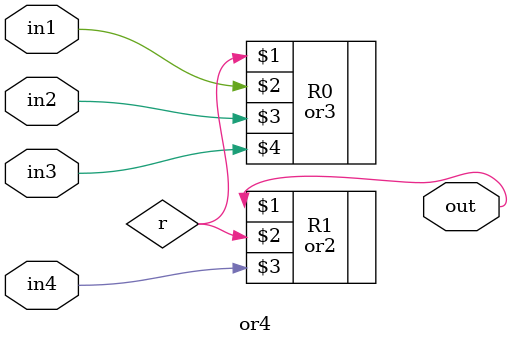
<source format=v>
module or4(out, in1, in2, in3, in4);
    input in1, in2, in3, in4;
    output out;

    wire r;
    or3 R0(r, in1, in2, in3);
    or2 R1(out, r, in4);
endmodule
</source>
